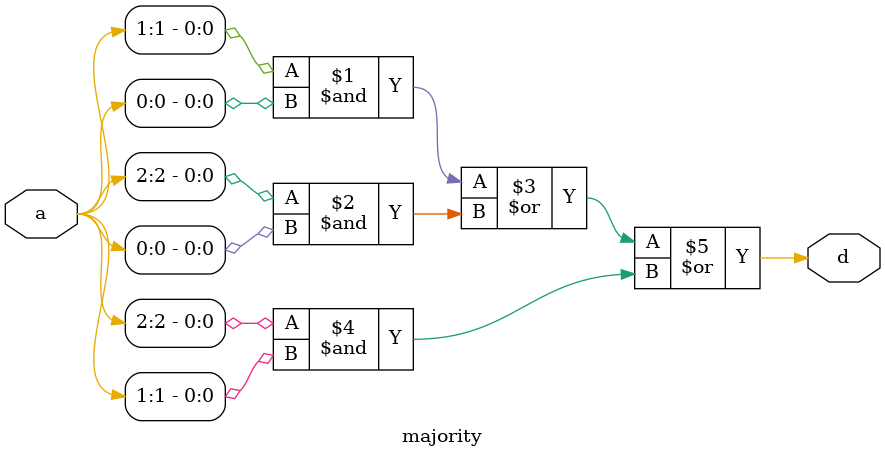
<source format=v>
`timescale 1ns / 1ps


module majority(
    input [2:0]a,
    output d
    );
    assign d =(a[1]&a[0])|(a[2]&a[0])|(a[2]&a[1]);
endmodule

</source>
